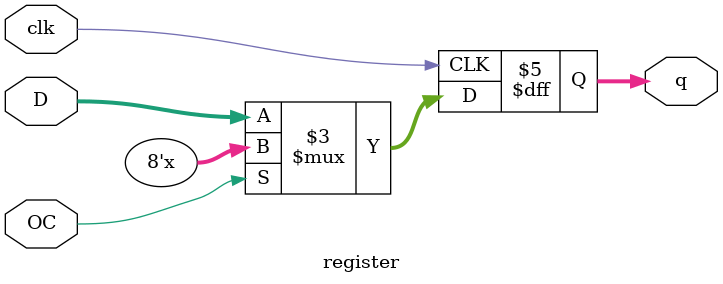
<source format=v>
module register(D,OC,clk,q);
	input [7:0] D; //数据输入端
	input OC;      //三态允许控制端
	input clk;     
	
	output reg [7:0] q; //数据输出端



always @ (posedge clk) 
begin                  //时钟升沿触发
	if(OC)              //输出高阻
		q <= 8'bzzzz_zzzz;
	else
		q <= D;
end


endmodule
</source>
